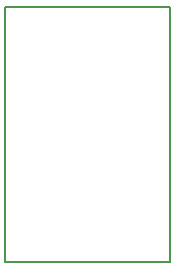
<source format=gbr>
G04 #@! TF.GenerationSoftware,KiCad,Pcbnew,5.0.0-rc2-dev-unknown-5e5e80d~64~ubuntu16.04.1*
G04 #@! TF.CreationDate,2018-07-20T09:50:25-03:00*
G04 #@! TF.ProjectId,termografia2,7465726D6F677261666961322E6B6963,rev?*
G04 #@! TF.SameCoordinates,Original*
G04 #@! TF.FileFunction,Profile,NP*
%FSLAX46Y46*%
G04 Gerber Fmt 4.6, Leading zero omitted, Abs format (unit mm)*
G04 Created by KiCad (PCBNEW 5.0.0-rc2-dev-unknown-5e5e80d~64~ubuntu16.04.1) date Fri Jul 20 09:50:25 2018*
%MOMM*%
%LPD*%
G01*
G04 APERTURE LIST*
%ADD10C,0.150000*%
G04 APERTURE END LIST*
D10*
X140970000Y-101600000D02*
X140970000Y-80010000D01*
X154940000Y-101600000D02*
X140970000Y-101600000D01*
X154940000Y-80010000D02*
X154940000Y-101600000D01*
X140970000Y-80010000D02*
X154940000Y-80010000D01*
M02*

</source>
